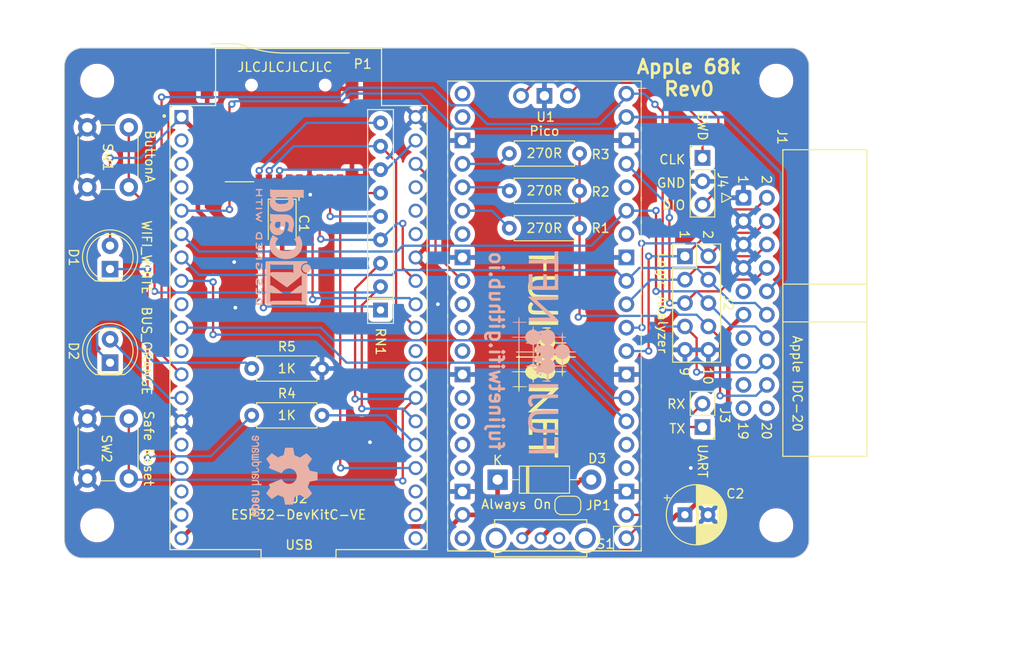
<source format=kicad_pcb>
(kicad_pcb (version 20221018) (generator pcbnew)
  (title_block (title "Apple 68k FujiNet") (date "2024-01-20") (rev "Rev 0"))
  (layers (0 "F.Cu" signal) (31 "B.Cu" signal) (34 "B.Paste" user) (35 "F.Paste" user) (36 "B.SilkS" user "B.Silkscreen") (37 "F.SilkS" user "F.Silkscreen") (38 "B.Mask" user) (39 "F.Mask" user) (44 "Edge.Cuts" user))
  (net 0 "")
  (net 1 "+3.3V")
  (net 2 "GND")
  (net 3 "Net-(D2-K)")
  (net 4 "/IO12{slash}BUS_LED")
  (net 5 "/CA0")
  (net 6 "/CA1")
  (net 7 "/CA2")
  (net 8 "+5V")
  (net 9 "Net-(D3-A)")
  (net 10 "Net-(D1-K)")
  (net 11 "/LSTRB")
  (net 13 "/WREQ")
  (net 14 "Net-(P1-DAT2)")
  (net 15 "/IO5{slash}SPI_CS")
  (net 16 "/IO23{slash}SPI_MOSI")
  (net 17 "/IO18{slash}SPI_CLK")
  (net 18 "/IO19{slash}SPI_MISO")
  (net 19 "Net-(P1-DAT1)")
  (net 20 "/IO15{slash}CD")
  (net 21 "/APPLE_5V")
  (net 22 "/IO2{slash}LED_WIFI")
  (net 23 "/HDSEL")
  (net 25 "/ENBL2")
  (net 28 "/RD_DATA")
  (net 30 "/WR_DATA")
  (net 34 "Net-(J3-Pin_1)")
  (net 35 "Net-(J3-Pin_2)")
  (net 36 "Net-(U1-GPIO20)")
  (net 37 "Net-(U1-GPIO19)")
  (net 38 "Net-(U1-GPIO18)")
  (net 39 "/IO4{slash}SAFE_RESET")
  (net 45 "/IO0{slash}BUTTON_A")
  (net 70 "/SWCLK")
  (net 71 "/SWDIO")
  (net 74 "/PICO_TX_TO_ESP")
  (net 75 "/PICO_RX_TO_ESP")
  (net 76 "/RMT_FROM_ESP")
  (footprint "LED_THT:LED_D5.0mm" (layer "F.Cu") (at 118.618 94.615 90)
    (fp_text reference "D1")
    (fp_text value "WIFI_WHITE")
  )
  (footprint "Button_Switch_THT:SW_PUSH_6mm_H5mm" (layer "F.Cu") (at 120.65 79.225 -90)
    (fp_text reference "SW1")
    (fp_text value "ButtonA")
  )
  (footprint "Tersteeg:RPi_Pico_THT" (layer "F.Cu") (at 165.735 99.705 180)
    (fp_text reference "U1")
    (fp_text value "Pico")
  )
  (footprint "Connector_PinHeader_2.54mm:PinHeader_1x02_P2.54mm_Vertical" (layer "F.Cu") (at 182.88 111.76 180)
    (fp_text reference "J3")
    (fp_text value "UART")
  )
  (footprint "LED_THT:LED_D5.0mm" (layer "F.Cu") (at 118.618 104.775 90)
    (fp_text reference "D2")
    (fp_text value "BUS_ORANGE")
  )
  (footprint "Resistor_THT:R_Axial_DIN0207_L6.3mm_D2.5mm_P7.62mm_Horizontal" (layer "F.Cu") (at 161.925 82.07)
    (fp_text reference "R3")
    (fp_text value "270R")
  )
  (footprint "Jumper:SolderJumper-2_P1.3mm_Open_RoundedPad1.0x1.5mm" (layer "F.Cu") (at 168.275 120.269 180)
    (fp_text reference "JP1")
    (fp_text value "Always On")
  )
  (footprint "ESP32-DEVKITC-32U:MODULE_ESP32-DEVKITC-32U" (layer "F.Cu") (at 139.065 100.965)
    (fp_text reference "U2")
    (fp_text value "ESP32-DevKitC-VE")
  )
  (footprint "Resistor_THT:R_Axial_DIN0207_L6.3mm_D2.5mm_P7.62mm_Horizontal" (layer "F.Cu") (at 133.985 110.49)
    (fp_text reference "R4")
    (fp_text value "1K")
  )
  (footprint "MountingHole:MountingHole_3.2mm_M3" (layer "F.Cu") (at 190.881 74.168)
    (fp_text reference "H1" hide)
    (fp_text value "MountingHole" hide)
  )
  (footprint "Connector_PinHeader_2.54mm:PinHeader_2x05_P2.54mm_Vertical" (layer "F.Cu") (at 180.975 93.223)
    (fp_text reference "J2")
    (fp_text value "Logic Analyzer")
  )
  (footprint "MountingHole:MountingHole_3.2mm_M3" (layer "F.Cu") (at 190.881 122.428)
    (fp_text reference "H2" hide)
    (fp_text value "MountingHole" hide)
  )
  (footprint "MountingHole:MountingHole_3.2mm_M3" (layer "F.Cu") (at 117.221 74.168)
    (fp_text reference "H3" hide)
    (fp_text value "MountingHole" hide)
  )
  (footprint "Capacitor_Tantalum_SMD:CP_EIA-3528-15_AVX-H_Pad1.50x2.35mm_HandSolder" (layer "F.Cu") (at 137.287 89.662 -90)
    (fp_text reference "C1")
    (fp_text value "47uF 10v")
  )
  (footprint "MountingHole:MountingHole_3.2mm_M3" (layer "F.Cu") (at 117.221 122.428)
    (fp_text reference "H4" hide)
    (fp_text value "MountingHole" hide)
  )
  (footprint "Resistor_THT:R_Axial_DIN0207_L6.3mm_D2.5mm_P7.62mm_Horizontal" (layer "F.Cu") (at 133.985 105.41)
    (fp_text reference "R5")
    (fp_text value "1K")
  )
  (footprint "Connector_IDC:IDC-Header_2x10_P2.54mm_Horizontal" (layer "F.Cu") (at 187.325 86.868)
    (fp_text reference "J1")
    (fp_text value "Apple IDC-20")
  )
  (footprint "Button_Switch_THT:SW_PUSH_6mm_H5mm" (layer "F.Cu") (at 120.65 110.848 -90)
    (fp_text reference "SW2")
    (fp_text value "Safe Reset")
  )
  (footprint "Resistor_THT:R_Array_SIP9" (layer "F.Cu") (at 147.955 99.06 90)
    (fp_text reference "RN1")
    (fp_text value "10K")
  )
  (footprint "LOGO" (layer "F.Cu") (at 165.608 104.14 -90)
    (fp_text reference "G***")
    (fp_text value "LOGO" hide)
  )
  (footprint "Connector_PinHeader_2.54mm:PinHeader_1x03_P2.54mm_Vertical" (layer "F.Cu") (at 182.88 82.55)
    (fp_text reference "J4")
    (fp_text value "SWD")
  )
  (footprint "Resistor_THT:R_Axial_DIN0207_L6.3mm_D2.5mm_P7.62mm_Horizontal" (layer "F.Cu") (at 161.925 86.12)
    (fp_text reference "R2")
    (fp_text value "270R")
  )
  (footprint "Capacitor_THT:CP_Radial_D6.3mm_P2.50mm" (layer "F.Cu") (at 180.975 121.285)
    (fp_text reference "C2")
    (fp_text value "100uF 10V")
  )
  (footprint "Resistor_THT:R_Axial_DIN0207_L6.3mm_D2.5mm_P7.62mm_Horizontal" (layer "F.Cu") (at 161.925 90.17)
    (fp_text reference "R1")
    (fp_text value "270R")
  )
  (footprint "ST-TF-003A:SUNTECH_ST-TF-003A" (layer "F.Cu") (at 138.2776 79.8068 180)
    (fp_text reference "P1")
    (fp_text value "ST-TF-003A")
  )
  (footprint "EG1213:SW_EG1213" (layer "F.Cu") (at 165.33 123.825)
    (fp_text reference "S1")
    (fp_text value "EG1213")
  )
  (footprint "Diode_THT:D_DO-41_SOD81_P10.16mm_Horizontal" (layer "F.Cu") (at 160.655 117.475)
    (fp_text reference "D3")
    (fp_text value "1N5817")
  )
  (footprint "Symbol:OSHW-Logo2_9.8x8mm_SilkScreen" (layer "B.Cu") (at 137.410346 117.094 90)
    (fp_text reference "REF**" hide)
    (fp_text value "OSHW-Logo2_9.8x8mm_SilkScreen" hide)
  )
  (footprint "LOGO" (layer "B.Cu") (at 165.608 103.632 90)
    (fp_text reference "G***")
    (fp_text value "LOGO" hide)
  )
  (footprint "Symbol:KiCad-Logo2_5mm_SilkScreen" (layer "B.Cu") (at 137.414 92.202 90)
    (fp_text reference "REF**" hide)
    (fp_text value "KiCad-Logo2_5mm_SilkScreen" hide)
  )
  (gr_arc (start 113.663414 72.610414) (mid 114.2492 71.1962) (end 115.663414 70.610414) (stroke (width 0.1)) (layer "Edge.Cuts"))
  (gr_line (start 115.663414 70.610414) (end 192.438586 70.610414) (stroke (width 0.1)) (layer "Edge.Cuts"))
  (gr_line (start 194.438586 123.985586) (end 194.438586 72.610414) (stroke (width 0.1)) (layer "Edge.Cuts"))
  (gr_line (start 115.663414 125.985586) (end 192.438586 125.985586) (stroke (width 0.1)) (layer "Edge.Cuts"))
  (gr_arc (start 194.438586 123.985586) (mid 193.8528 125.3998) (end 192.438586 125.985586) (stroke (width 0.1)) (layer "Edge.Cuts"))
  (gr_arc (start 192.438586 70.610414) (mid 193.8528 71.1962) (end 194.438586 72.610414) (stroke (width 0.1)) (layer "Edge.Cuts"))
  (gr_arc (start 115.663414 125.985586) (mid 114.2492 125.3998) (end 113.663414 123.985586) (stroke (width 0.1)) (layer "Edge.Cuts"))
  (gr_line (start 113.663414 72.610414) (end 113.663414 123.985586) (stroke (width 0.1)) (layer "Edge.Cuts"))
  (gr_text "fujinetwifi.github.io" (at 159.639 103.505 270) (layer "B.SilkS") (effects (font (size 1.5 1.5) (thickness 0.3) bold) (justify bottom mirror)))
  (gr_text "USB" (at 137.541 125.1458) (layer "F.SilkS") (effects (font (size 1 1)) (justify left bottom)))
  (gr_text "+" (at 139.1158 86.6902) (layer "F.SilkS") (effects (font (size 1 1))))
  (gr_text "RX" (at 181.102 109.855) (layer "F.SilkS") (effects (font (size 1 1)) (justify right bottom)))
  (gr_text "1" (at 180.34 91.44 -90) (layer "F.SilkS") (effects (font (size 1 1)) (justify right bottom)))
  (gr_text "9" (at 180.34 105.156 270) (layer "F.SilkS") (effects (font (size 1 1)) (justify left bottom)))
  (gr_text "10" (at 182.88 105.156 270) (layer "F.SilkS") (effects (font (size 1 1)) (justify left bottom)))
  (gr_text "TX" (at 181.102 112.522) (layer "F.SilkS") (effects (font (size 1 1)) (justify right bottom)))
  (gr_text "GND" (at 181.102 85.852) (layer "F.SilkS") (effects (font (size 1 1)) (justify right bottom)))
  (gr_text "20" (at 189.23 111.125 270) (layer "F.SilkS") (effects (font (size 1 1)) (justify left bottom)))
  (gr_text "19" (at 186.69 111.125 270) (layer "F.SilkS") (effects (font (size 1 1)) (justify left bottom)))
  (gr_text "JLCJLCJLCJLC" (at 132.334 73.279) (layer "F.SilkS") (effects (font (size 1 1)) (justify left bottom)))
  (gr_text "2" (at 189.23 85.471 270) (layer "F.SilkS") (effects (font (size 1 1)) (justify right bottom)))
  (gr_text "Apple 68k\nRev0" (at 181.4322 75.946) (layer "F.SilkS") (effects (font (size 1.5 1.5) (thickness 0.3) bold) (justify bottom)))
  (gr_text "2" (at 182.88 91.44 270) (layer "F.SilkS") (effects (font (size 1 1)) (justify right bottom)))
  (gr_text "1" (at 186.69 85.471 -90) (layer "F.SilkS") (effects (font (size 1 1)) (justify right bottom)))
  (gr_text "CLK" (at 181.102 83.312) (layer "F.SilkS") (effects (font (size 1 1)) (justify right bottom)))
  (gr_text "DIO" (at 181.102 88.265) (layer "F.SilkS") (effects (font (size 1 1)) (justify right bottom)))
  (segment (start 138.0576 85.1368) (end 138.0576 87.2664) (width 0.5) (layer "F.Cu") (net 1))
  (segment (start 135.255 98.806) (end 135.281 98.78) (width 0.25) (layer "F.Cu") (net 1))
  (segment (start 129.921 90.043) (end 128.143 88.265) (width 0.5) (layer "F.Cu") (net 1))
  (segment (start 135.281 90.043) (end 129.921 90.043) (width 0.5) (layer "F.Cu") (net 1))
  (segment (start 128.143 79.893) (end 126.365 78.115) (width 0.5) (layer "F.Cu") (net 1))
  (segment (start 138.0576 87.2664) (end 135.281 90.043) (width 0.5) (layer "F.Cu") (net 1))
  (segment (start 118.618 82.55) (end 118.618 92.075) (width 0.25) (layer "F.Cu") (net 1))
  (segment (start 135.281 98.78) (end 135.281 90.043) (width 0.25) (layer "F.Cu") (net 1))
  (segment (start 128.143 88.265) (end 128.143 79.893) (width 0.5) (layer "F.Cu") (net 1))
  (via (at 135.255 98.806) (size 0.8) (drill 0.4) (layers "F.Cu" "B.Cu") (net 1))
  (via (at 118.618 82.55) (size 0.8) (drill 0.4) (layers "F.Cu" "B.Cu") (net 1))
  (segment (start 118.618 82.55) (end 121.93 82.55) (width 0.25) (layer "B.Cu") (net 1))
  (segment (start 135.255 98.806) (end 135.382 98.679) (width 0.25) (layer "B.Cu") (net 1))
  (segment (start 135.382 98.679) (end 147.574 98.679) (width 0.25) (layer "B.Cu") (net 1))
  (segment (start 121.93 82.55) (end 126.365 78.115) (width 0.25) (layer "B.Cu") (net 1))
  (segment (start 137.287 90.17) (end 137.287 91.287) (width 0.5) (layer "F.Cu") (net 2))
  (segment (start 140.285 86.4878) (end 140.285 85.557) (width 0.5) (layer "F.Cu") (net 2))
  (segment (start 140.335 86.5378) (end 140.285 86.4878) (width 0.5) (layer "F.Cu") (net 2))
  (via (at 140.335 86.5378) (size 0.8) (drill 0.4) (layers "F.Cu" "B.Cu") (net 2))
  (via (at 154.178 98.425) (size 0.8) (drill 0.4) (layers "F.Cu" "B.Cu") (net 2))
  (via (at 146.812 113.411) (size 0.8) (drill 0.4) (layers "F.Cu" "B.Cu") (net 2))
  (via (at 137.287 90.17) (size 0.8) (drill 0.4) (layers "F.Cu" "B.Cu") (net 2))
  (via (at 132.08 93.853) (size 0.8) (drill 0.4) (layers "F.Cu" "B.Cu") (net 2))
  (via (at 132.207 98.806) (size 0.8) (drill 0.4) (layers "F.Cu" "B.Cu") (net 2))
  (via (at 181.61 116.205) (size 0.8) (drill 0.4) (layers "F.Cu" "B.Cu") (net 2))
  (segment (start 117.856 100.838) (end 119.38 100.838) (width 0.25) (layer "B.Cu") (net 3))
  (segment (start 121.92 103.251) (end 123.444 104.775) (width 0.25) (layer "B.Cu") (net 3))
  (segment (start 117.221 101.473) (end 117.856 100.838) (width 0.25) (layer "B.Cu") (net 3))
  (segment (start 121.793 103.251) (end 121.92 103.251) (width 0.25) (layer "B.Cu") (net 3))
  (segment (start 118.618 104.775) (end 117.221 103.378) (width 0.25) (layer "B.Cu") (net 3))
  (segment (start 123.444 104.775) (end 133.35 104.775) (width 0.25) (layer "B.Cu") (net 3))
  (segment (start 117.221 103.378) (end 117.221 101.473) (width 0.25) (layer "B.Cu") (net 3))
  (segment (start 119.38 100.838) (end 121.793 103.251) (width 0.25) (layer "B.Cu") (net 3))
  (segment (start 133.35 104.775) (end 133.985 105.41) (width 0.25) (layer "B.Cu") (net 3))
  (segment (start 126.365 108.595) (end 124.978 108.595) (width 0.25) (layer "B.Cu") (net 4))
  (segment (start 124.978 108.595) (end 118.618 102.235) (width 0.25) (layer "B.Cu") (net 4))
  (segment (start 186.06 88.138) (end 188.595 88.138) (width 0.25) (layer "F.Cu") (net 5))
  (segment (start 188.595 88.138) (end 189.865 86.868) (width 0.25) (layer "F.Cu") (net 5))
  (segment (start 180.975 93.223) (end 186.06 88.138) (width 0.25) (layer "F.Cu") (net 5))
  (segment (start 177.038 103.505) (end 177.038 93.218) (width 0.25) (layer "F.Cu") (net 5))
  (via (at 177.038 103.505) (size 0.8) (drill 0.4) (layers "F.Cu" "B.Cu") (net 5))
  (via (at 177.038 93.218) (size 0.8) (drill 0.4) (layers "F.Cu" "B.Cu") (net 5))
  (segment (start 177.028 103.515) (end 177.038 103.505) (width 0.25) (layer "B.Cu") (net 5))
  (segment (start 177.038 93.218) (end 177.043 93.223) (width 0.25) (layer "B.Cu") (net 5))
  (segment (start 177.043 93.223) (end 180.975 93.223) (width 0.25) (layer "B.Cu") (net 5))
  (segment (start 174.625 103.515) (end 177.028 103.515) (width 0.25) (layer "B.Cu") (net 5))
  (segment (start 188.595 90.678) (end 189.865 89.408) (width 0.25) (layer "F.Cu") (net 6))
  (segment (start 183.515 93.223) (end 186.06 90.678) (width 0.25) (layer "F.Cu") (net 6))
  (segment (start 176.313 100.965) (end 176.313 91.858) (width 0.25) (layer "F.Cu") (net 6))
  (segment (start 186.06 90.678) (end 188.595 90.678) (width 0.25) (layer "F.Cu") (net 6))
  (segment (start 176.313 91.858) (end 176.276 91.821) (width 0.25) (layer "F.Cu") (net 6))
  (via (at 176.313 100.965) (size 0.8) (drill 0.4) (layers "F.Cu" "B.Cu") (net 6))
  (via (at 176.276 91.821) (size 0.8) (drill 0.4) (layers "F.Cu" "B.Cu") (net 6))
  (segment (start 176.276 91.821) (end 182.113 91.821) (width 0.25) (layer "B.Cu") (net 6))
  (segment (start 176.303 100.975) (end 176.313 100.965) (width 0.25) (layer "B.Cu") (net 6))
  (segment (start 182.113 91.821) (end 183.515 93.223) (width 0.25) (layer "B.Cu") (net 6))
  (segment (start 174.625 100.975) (end 176.303 100.975) (width 0.25) (layer "B.Cu") (net 6))
  (segment (start 188.595 93.218) (end 189.865 91.948) (width 0.25) (layer "F.Cu") (net 7))
  (segment (start 184.875 94.398) (end 186.055 93.218) (width 0.25) (layer "F.Cu") (net 7))
  (segment (start 182.34 94.398) (end 184.875 94.398) (width 0.25) (layer "F.Cu") (net 7))
  (segment (start 180.975 95.763) (end 182.34 94.398) (width 0.25) (layer "F.Cu") (net 7))
  (segment (start 186.055 93.218) (end 188.595 93.218) (width 0.25) (layer "F.Cu") (net 7))
  (segment (start 177.297 95.763) (end 180.975 95.763) (width 0.25) (layer "B.Cu") (net 7))
  (segment (start 174.625 98.435) (end 177.297 95.763) (width 0.25) (layer "B.Cu") (net 7))
  (segment (start 155.585 122.555) (end 156.845 121.295) (width 0.5) (layer "F.Cu") (net 8))
  (segment (start 156.845 121.295) (end 159.629 121.295) (width 0.5) (layer "F.Cu") (net 8))
  (segment (start 126.365 123.835) (end 127.645 122.555) (width 0.5) (layer "F.Cu") (net 8))
  (segment (start 160.655 120.269) (end 160.655 117.485) (width 0.5) (layer "F.Cu") (net 8))
  (segment (start 127.645 122.555) (end 155.585 122.555) (width 0.5) (layer "F.Cu") (net 8))
  (segment (start 159.629 121.295) (end 160.655 120.269) (width 0.5) (layer "F.Cu") (net 8))
  (segment (start 166.886 120.269) (end 167.625 120.269) (width 0.5) (layer "F.Cu") (net 9))
  (segment (start 163.33 123.825) (end 166.886 120.269) (width 0.5) (layer "F.Cu") (net 9))
  (segment (start 169.672 117.475) (end 170.815 117.475) (width 0.5) (layer "F.Cu") (net 9))
  (segment (start 167.625 120.269) (end 167.625 119.522) (width 0.5) (layer "F.Cu") (net 9))
  (segment (start 167.625 119.522) (end 169.672 117.475) (width 0.5) (layer "F.Cu") (net 9))
  (segment (start 122.682 94.615) (end 122.682 115.062) (width 0.25) (layer "F.Cu") (net 10))
  (via (at 122.682 94.615) (size 0.8) (drill 0.4) (layers "F.Cu" "B.Cu") (net 10))
  (via (at 122.682 115.062) (size 0.8) (drill 0.4) (layers "F.Cu" "B.Cu") (net 10))
  (segment (start 122.682 115.062) (end 122.809 114.935) (width 0.25) (layer "B.Cu") (net 10))
  (segment (start 122.809 114.935) (end 129.54 114.935) (width 0.25) (layer "B.Cu") (net 10))
  (segment (start 122.682 94.615) (end 118.618 94.615) (width 0.25) (layer "B.Cu") (net 10))
  (segment (start 129.54 114.935) (end 133.985 110.49) (width 0.25) (layer "B.Cu") (net 10))
  (segment (start 184.785 97.028) (end 186.055 95.758) (width 0.25) (layer "F.Cu") (net 11))
  (segment (start 179.287 89.027) (end 179.287 98.261) (width 0.25) (layer "F.Cu") (net 11))
  (segment (start 180.975 98.303) (end 182.25 97.028) (width 0.25) (layer "F.Cu") (net 11))
  (segment (start 182.25 97.028) (end 184.785 97.028) (width 0.25) (layer "F.Cu") (net 11))
  (segment (start 188.595 95.758) (end 189.865 94.488) (width 0.25) (layer "F.Cu") (net 11))
  (segment (start 186.055 95.758) (end 188.595 95.758) (width 0.25) (layer "F.Cu") (net 11))
  (segment (start 179.287 98.261) (end 179.324 98.298) (width 0.25) (layer "F.Cu") (net 11))
  (via (at 179.324 98.298) (size 0.8) (drill 0.4) (layers "F.Cu" "B.Cu") (net 11))
  (via (at 179.287 89.027) (size 0.8) (drill 0.4) (layers "F.Cu" "B.Cu") (net 11))
  (segment (start 179.287 89.027) (end 179.287 87.857) (width 0.25) (layer "B.Cu") (net 11))
  (segment (start 179.324 98.298) (end 180.97 98.298) (width 0.25) (layer "B.Cu") (net 11))
  (segment (start 179.287 87.857) (end 174.625 83.195) (width 0.25) (layer "B.Cu") (net 11))
  (segment (start 131.572 88.138) (end 131.572 76.962) (width 0.25) (layer "F.Cu") (net 13))
  (segment (start 131.572 76.962) (end 131.826 76.708) (width 0.25) (layer "F.Cu") (net 13))
  (via (at 131.826 76.708) (size 0.8) (drill 0.4) (layers "F.Cu" "B.Cu") (net 13))
  (via (at 131.572 88.138) (size 0.8) (drill 0.4) (layers "F.Cu" "B.Cu") (net 13))
  (segment (start 152.273 75.565) (end 156.083 79.375) (width 0.25) (layer "B.Cu") (net 13))
  (segment (start 191.389 95.504) (end 191.389 84.201) (width 0.3) (layer "B.Cu") (net 13))
  (segment (start 143.822 76.396) (end 144.653 75.565) (width 0.25) (layer "B.Cu") (net 13))
  (segment (start 131.826 76.708) (end 132.138 76.396) (width 0.25) (layer "B.Cu") (net 13))
  (segment (start 144.653 75.565) (end 152.273 75.565) (width 0.25) (layer "B.Cu") (net 13))
  (segment (start 126.365 88.275) (end 131.435 88.275) (width 0.25) (layer "B.Cu") (net 13))
  (segment (start 185.303 78.115) (end 174.625 78.115) (width 0.3) (layer "B.Cu") (net 13))
  (segment (start 131.435 88.275) (end 131.572 88.138) (width 0.25) (layer "B.Cu") (net 13))
  (segment (start 156.083 79.375) (end 173.365 79.375) (width 0.25) (layer "B.Cu") (net 13))
  (segment (start 189.865 97.028) (end 191.389 95.504) (width 0.3) (layer "B.Cu") (net 13))
  (segment (start 173.365 79.375) (end 174.625 78.115) (width 0.25) (layer "B.Cu") (net 13))
  (segment (start 132.138 76.396) (end 143.822 76.396) (width 0.25) (layer "B.Cu") (net 13))
  (segment (start 191.389 84.201) (end 185.303 78.115) (width 0.3) (layer "B.Cu") (net 13))
  (segment (start 134.7978 83.9216) (end 134.785 83.9344) (width 0.25) (layer "F.Cu") (net 14))
  (segment (start 134.785 83.9344) (end 134.785 85.557) (width 0.25) (layer "F.Cu") (net 14))
  (via (at 134.7978 83.9216) (size 0.8) (drill 0.4) (layers "F.Cu" "B.Cu") (net 14))
  (segment (start 134.7978 83.8962) (end 139.954 78.74) (width 0.25) (layer "B.Cu") (net 14))
  (segment (start 134.7978 83.9216) (end 134.7978 83.8962) (width 0.25) (layer "B.Cu") (net 14))
  (segment (start 139.954 78.74) (end 147.955 78.74) (width 0.25) (layer "B.Cu") (net 14))
  (segment (start 147.955 81.28) (end 149.643 82.968) (width 0.25) (layer "F.Cu") (net 15))
  (segment (start 135.885 83.9266) (end 135.885 85.557) (width 0.25) (layer "F.Cu") (net 15))
  (segment (start 135.89 83.9216) (end 135.885 83.9266) (width 0.25) (layer "F.Cu") (net 15))
  (segment (start 149.643 98.853) (end 151.765 100.975) (width 0.25) (layer "F.Cu") (net 15))
  (segment (start 149.643 82.968) (end 149.643 98.853) (width 0.25) (layer "F.Cu") (net 15))
  (via (at 135.89 83.9216) (size 0.8) (drill 0.4) (layers "F.Cu" "B.Cu") (net 15))
  (segment (start 135.89 83.9216) (end 138.5316 81.28) (width 0.25) (layer "B.Cu") (net 15))
  (segment (start 138.5316 81.28) (end 147.955 81.28) (width 0.25) (layer "B.Cu") (net 15))
  (segment (start 137.0076 83.9216) (end 136.985 83.9442) (width 0.25) (layer "F.Cu") (net 16))
  (segment (start 136.985 83.9442) (end 136.985 85.557) (width 0.25) (layer "F.Cu") (net 16))
  (via (at 137.0076 83.9216) (size 0.8) (drill 0.4) (layers "F.Cu" "B.Cu") (net 16))
  (segment (start 148.6 83.82) (end 151.765 80.655) (width 0.25) (layer "B.Cu") (net 16))
  (segment (start 137.0076 83.9216) (end 137.1092 83.82) (width 0.25) (layer "B.Cu") (net 16))
  (segment (start 137.1092 83.82) (end 147.955 83.82) (width 0.25) (layer "B.Cu") (net 16))
  (segment (start 139.1576 85.1368) (end 139.1576 87.0275) (width 0.25) (layer "F.Cu") (net 17))
  (segment (start 140.589 88.4589) (end 140.589 97.917) (width 0.25) (layer "F.Cu") (net 17))
  (segment (start 139.1576 87.0275) (end 140.589 88.4589) (width 0.25) (layer "F.Cu") (net 17))
  (via (at 140.589 97.917) (size 0.8) (drill 0.4) (layers "F.Cu" "B.Cu") (net 17))
  (segment (start 140.7414 97.7646) (end 151.0946 97.7646) (width 0.25) (layer "B.Cu") (net 17))
  (segment (start 140.589 97.917) (end 140.7414 97.7646) (width 0.25) (layer "B.Cu") (net 17))
  (segment (start 151.0946 97.7646) (end 151.765 98.435) (width 0.25) (layer "B.Cu") (net 17))
  (segment (start 141.3576 85.5296) (end 141.3576 91.2301) (width 0.25) (layer "F.Cu") (net 18))
  (segment (start 150.3675 94.4975) (end 150.3675 89.662) (width 0.25) (layer "F.Cu") (net 18))
  (segment (start 151.765 95.895) (end 150.3675 94.4975) (width 0.25) (layer "F.Cu") (net 18))
  (segment (start 141.3576 91.2301) (end 141.478 91.3505) (width 0.25) (layer "F.Cu") (net 18))
  (via (at 141.478 91.3505) (size 0.8) (drill 0.4) (layers "F.Cu" "B.Cu") (net 18))
  (via (at 150.3675 89.662) (size 0.8) (drill 0.4) (layers "F.Cu" "B.Cu") (net 18))
  (segment (start 141.5675 91.44) (end 147.955 91.44) (width 0.25) (layer "B.Cu") (net 18))
  (segment (start 150.3675 89.662) (end 149.733 89.662) (width 0.25) (layer "B.Cu") (net 18))
  (segment (start 141.478 91.3505) (end 141.5675 91.44) (width 0.25) (layer "B.Cu") (net 18))
  (segment (start 149.733 89.662) (end 147.955 91.44) (width 0.25) (layer "B.Cu") (net 18))
  (segment (start 142.485 85.1642) (end 142.485 88.891) (width 0.25) (layer "F.Cu") (net 19))
  (segment (start 142.485 88.891) (end 142.494 88.9) (width 0.25) (layer "F.Cu") (net 19))
  (via (at 142.494 88.9) (size 0.8) (drill 0.4) (layers "F.Cu" "B.Cu") (net 19))
  (segment (start 142.494 88.9) (end 147.955 88.9) (width 0.25) (layer "B.Cu") (net 19))
  (segment (start 143.585 116.153) (end 143.585 85.4142) (width 0.25) (layer "F.Cu") (net 20))
  (segment (start 144.5308 86.36) (end 147.955 86.36) (width 0.25) (layer "F.Cu") (net 20))
  (segment (start 143.585 85.4142) (end 144.5308 86.36) (width 0.25) (layer "F.Cu") (net 20))
  (segment (start 143.637 116.205) (end 143.585 116.153) (width 0.25) (layer "F.Cu") (net 20))
  (via (at 143.637 116.205) (size 0.8) (drill 0.4) (layers "F.Cu" "B.Cu") (net 20))
  (segment (start 151.765 116.215) (end 143.647 116.215) (width 0.25) (layer "B.Cu") (net 20))
  (segment (start 143.647 116.215) (end 143.637 116.205) (width 0.25) (layer "B.Cu") (net 20))
  (segment (start 165.33 123.825) (end 167.235 121.92) (width 0.5) (layer "F.Cu") (net 21))
  (segment (start 176.149 125.222) (end 173.2915 125.222) (width 0.5) (layer "F.Cu") (net 21))
  (segment (start 185.674 116.586) (end 185.674 101.219) (width 0.5) (layer "F.Cu") (net 21))
  (segment (start 170.434 120.269) (end 168.925 120.269) (width 0.5) (layer "F.Cu") (net 21))
  (segment (start 167.235 121.92) (end 168.402 121.92) (width 0.5) (layer "F.Cu") (net 21))
  (segment (start 168.402 121.92) (end 168.925 121.397) (width 0.5) (layer "F.Cu") (net 21))
  (segment (start 185.674 101.219) (end 187.325 99.568) (width 0.5) (layer "F.Cu") (net 21))
  (segment (start 180.086 121.285) (end 176.149 125.222) (width 0.5) (layer "F.Cu") (net 21))
  (segment (start 168.925 121.397) (end 168.925 120.269) (width 0.5) (layer "F.Cu") (net 21))
  (segment (start 180.975 121.285) (end 180.086 121.285) (width 0.5) (layer "F.Cu") (net 21))
  (segment (start 172.339 124.2695) (end 172.339 122.174) (width 0.5) (layer "F.Cu") (net 21))
  (segment (start 173.2915 125.222) (end 172.339 124.2695) (width 0.5) (layer "F.Cu") (net 21))
  (segment (start 180.975 121.285) (end 185.674 116.586) (width 0.5) (layer "F.Cu") (net 21))
  (segment (start 172.339 122.174) (end 170.434 120.269) (width 0.5) (layer "F.Cu") (net 21))
  (segment (start 151.765 113.675) (end 148.58 110.49) (width 0.25) (layer "B.Cu") (net 22))
  (segment (start 148.58 110.49) (end 141.605 110.49) (width 0.25) (layer "B.Cu") (net 22))
  (segment (start 182.24 94.488) (end 183.515 95.763) (width 0.25) (layer "B.Cu") (net 23))
  (segment (start 186.05 98.298) (end 183.515 95.763) (width 0.25) (layer "B.Cu") (net 23))
  (segment (start 176.032 94.488) (end 182.24 94.488) (width 0.25) (layer "B.Cu") (net 23))
  (segment (start 174.625 95.895) (end 176.032 94.488) (width 0.25) (layer "B.Cu") (net 23))
  (segment (start 189.865 99.568) (end 188.595 98.298) (width 0.25) (layer "B.Cu") (net 23))
  (segment (start 128.26 95.25) (end 126.365 93.355) (width 0.25) (layer "B.Cu") (net 23))
  (segment (start 188.595 98.298) (end 186.05 98.298) (width 0.25) (layer "B.Cu") (net 23))
  (segment (start 173.45 94.72) (end 149.724995 94.72) (width 0.25) (layer "B.Cu") (net 23))
  (segment (start 149.724995 94.72) (end 149.194995 95.25) (width 0.25) (layer "B.Cu") (net 23))
  (segment (start 174.625 95.895) (end 173.45 94.72) (width 0.25) (layer "B.Cu") (net 23))
  (segment (start 149.194995 95.25) (end 128.26 95.25) (width 0.25) (layer "B.Cu") (net 23))
  (segment (start 177.837 88.265) (end 177.837 97.028) (width 0.25) (layer "F.Cu") (net 25))
  (via (at 177.837 97.028) (size 0.8) (drill 0.4) (layers "F.Cu" "B.Cu") (net 25))
  (via (at 177.837 88.265) (size 0.8) (drill 0.4) (layers "F.Cu" "B.Cu") (net 25))
  (segment (start 177.837 97.028) (end 182.24 97.028) (width 0.25) (layer "B.Cu") (net 25))
  (segment (start 126.365 90.815) (end 128.26 92.71) (width 0.25) (layer "B.Cu") (net 25))
  (segment (start 177.827 88.275) (end 177.837 88.265) (width 0.25) (layer "B.Cu") (net 25))
  (segment (start 150.368 92.075) (end 170.825 92.075) (width 0.25) (layer "B.Cu") (net 25))
  (segment (start 174.625 88.275) (end 177.827 88.275) (width 0.25) (layer "B.Cu") (net 25))
  (segment (start 189.865 102.108) (end 188.595 100.838) (width 0.25) (layer "B.Cu") (net 25))
  (segment (start 128.26 92.71) (end 149.733 92.71) (width 0.25) (layer "B.Cu") (net 25))
  (segment (start 182.24 97.028) (end 183.515 98.303) (width 0.25) (layer "B.Cu") (net 25))
  (segment (start 170.825 92.075) (end 174.625 88.275) (width 0.25) (layer "B.Cu") (net 25))
  (segment (start 149.733 92.71) (end 150.368 92.075) (width 0.25) (layer "B.Cu") (net 25))
  (segment (start 186.05 100.838) (end 183.515 98.303) (width 0.25) (layer "B.Cu") (net 25))
  (segment (start 188.595 100.838) (end 186.05 100.838) (width 0.25) (layer "B.Cu") (net 25))
  (segment (start 182.245 102.113) (end 180.975 100.843) (width 0.25) (layer "F.Cu") (net 28))
  (segment (start 182.245 105.791) (end 182.245 102.113) (width 0.25) (layer "F.Cu") (net 28))
  (segment (start 169.418 99.822) (end 169.545 99.695) (width 0.25) (layer "F.Cu") (net 28))
  (segment (start 169.545 99.695) (end 169.545 90.17) (width 0.25) (layer "F.Cu") (net 28))
  (segment (start 169.545 90.17) (end 169.545 82.07) (width 0.25) (layer "F.Cu") (net 28))
  (via (at 169.418 99.822) (size 0.8) (drill 0.4) (layers "F.Cu" "B.Cu") (net 28))
  (via (at 182.245 105.791) (size 0.8) (drill 0.4) (layers "F.Cu" "B.Cu") (net 28))
  (segment (start 178.989305 100.843) (end 177.841305 99.695) (width 0.25) (layer "B.Cu") (net 28))
  (segment (start 182.277 105.823) (end 188.69 105.823) (width 0.25) (layer "B.Cu") (net 28))
  (segment (start 182.245 105.791) (end 182.277 105.823) (width 0.25) (layer "B.Cu") (net 28))
  (segment (start 180.975 100.843) (end 178.989305 100.843) (width 0.25) (layer "B.Cu") (net 28))
  (segment (start 177.841305 99.695) (end 169.545 99.695) (width 0.25) (layer "B.Cu") (net 28))
  (segment (start 188.69 105.823) (end 189.865 104.648) (width 0.25) (layer "B.Cu") (net 28))
  (segment (start 169.545 99.695) (end 169.418 99.822) (width 0.25) (layer "B.Cu") (net 28))
  (segment (start 124.206 103.896) (end 124.206 75.946) (width 0.25) (layer "F.Cu") (net 30))
  (segment (start 177.7238 76.7334) (end 178.562 77.5716) (width 0.25) (layer "F.Cu") (net 30))
  (segment (start 126.365 106.055) (end 124.206 103.896) (width 0.25) (layer "F.Cu") (net 30))
  (segment (start 178.562 77.5716) (end 178.562 99.06) (width 0.25) (layer "F.Cu") (net 30))
  (segment (start 184.785 102.113) (end 183.515 100.843) (width 0.25) (layer "F.Cu") (net 30))
  (segment (start 184.785 108.363) (end 184.785 102.113) (width 0.25) (layer "F.Cu") (net 30))
  (via (at 184.785 108.363) (size 0.8) (drill 0.4) (layers "F.Cu" "B.Cu") (net 30))
  (via (at 178.562 99.06) (size 0.8) (drill 0.4) (layers "F.Cu" "B.Cu") (net 30))
  (via (at 124.206 75.946) (size 0.8) (drill 0.4) (layers "F.Cu" "B.Cu") (net 30))
  (via (at 177.7238 76.7334) (size 0.8) (drill 0.4) (layers "F.Cu" "B.Cu") (net 30))
  (segment (start 144.526 74.93) (end 153.67 74.93) (width 0.25) (layer "B.Cu") (net 30))
  (segment (start 155.575 76.835) (end 157.48 76.835) (width 0.25) (layer "B.Cu") (net 30))
  (segment (start 184.785 108.363) (end 188.69 108.363) (width 0.25) (layer "B.Cu") (net 30))
  (segment (start 179.832 99.06) (end 180.34 99.568) (width 0.25) (layer "B.Cu") (net 30))
  (segment (start 188.69 108.363) (end 189.865 107.188) (width 0.25) (layer "B.Cu") (net 30))
  (segment (start 180.34 99.568) (end 182.24 99.568) (width 0.25) (layer "B.Cu") (net 30))
  (segment (start 143.51 75.946) (end 144.526 74.93) (width 0.25) (layer "B.Cu") (net 30))
  (segment (start 159.512 78.867) (end 171.704 78.867) (width 0.25) (layer "B.Cu") (net 30))
  (segment (start 157.48 76.835) (end 159.512 78.867) (width 0.25) (layer "B.Cu") (net 30))
  (segment (start 176.5654 75.575) (end 174.625 75.575) (width 0.25) (layer "B.Cu") (net 30))
  (segment (start 178.562 99.06) (end 179.832 99.06) (width 0.25) (layer "B.Cu") (net 30))
  (segment (start 153.67 74.93) (end 155.575 76.835) (width 0.25) (layer "B.Cu") (net 30))
  (segment (start 177.7238 76.7334) (end 176.5654 75.575) (width 0.25) (layer "B.Cu") (net 30))
  (segment (start 182.24 99.568) (end 183.515 100.843) (width 0.25) (layer "B.Cu") (net 30))
  (segment (start 171.704 78.867) (end 174.625 75.946) (width 0.25) (layer "B.Cu") (net 30))
  (segment (start 124.206 75.946) (end 143.51 75.946) (width 0.25) (layer "B.Cu") (net 30))
  (segment (start 181.229 111.76) (end 182.88 111.76) (width 0.25) (layer "F.Cu") (net 34))
  (segment (start 174.625 123.835) (end 178.816 119.644) (width 0.25) (layer "F.Cu") (net 34))
  (segment (start 178.816 119.644) (end 178.816 114.173) (width 0.25) (layer "F.Cu") (net 34))
  (segment (start 178.816 114.173) (end 181.229 111.76) (width 0.25) (layer "F.Cu") (net 34))
  (segment (start 176.139 121.295) (end 178.366 119.068) (width 0.25) (layer "F.Cu") (net 35))
  (segment (start 178.366 113.734) (end 182.88 109.22) (width 0.25) (layer "F.Cu") (net 35))
  (segment (start 174.625 121.295) (end 176.139 121.295) (width 0.25) (layer "F.Cu") (net 35))
  (segment (start 178.366 119.068) (end 178.366 113.734) (width 0.25) (layer "F.Cu") (net 35))
  (segment (start 156.845 88.275) (end 160.03 88.275) (width 0.25) (layer "B.Cu") (net 36))
  (segment (start 160.03 88.275) (end 161.925 90.17) (width 0.25) (layer "B.Cu") (net 36))
  (segment (start 156.845 85.735) (end 161.54 85.735) (width 0.25) (layer "B.Cu") (net 37))
  (segment (start 160.8 83.195) (end 161.925 82.07) (width 0.25) (layer "B.Cu") (net 38))
  (segment (start 156.845 83.195) (end 160.8 83.195) (width 0.25) (layer "B.Cu") (net 38))
  (segment (start 145.198 108.712) (end 145.1985 108.7115) (width 0.25) (layer "F.Cu") (net 39))
  (segment (start 150.368 117.602) (end 150.368 109.992) (width 0.25) (layer "F.Cu") (net 39))
  (segment (start 150.368 109.992) (end 151.765 108.595) (width 0.25) (layer "F.Cu") (net 39))
  (segment (start 145.1985 96.7365) (end 147.955 93.98) (width 0.25) (layer "F.Cu") (net 39))
  (segment (start 145.1985 108.7115) (end 145.1985 96.7365) (width 0.25) (layer "F.Cu") (net 39))
  (segment (start 120.65 110.848) (end 120.65 117.348) (width 0.25) (layer "F.Cu") (net 39))
  (via (at 150.368 117.602) (size 0.8) (drill 0.4) (layers "F.Cu" "B.Cu") (net 39))
  (via (at 145.198 108.712) (size 0.8) (drill 0.4) (layers "F.Cu" "B.Cu") (net 39))
  (segment (start 145.198 108.712) (end 151.648 108.712) (width 0.25) (layer "B.Cu") (net 39))
  (segment (start 120.777 117.475) (end 150.241 117.475) (width 0.25) (layer "B.Cu") (net 39))
  (segment (start 150.241 117.475) (end 150.368 117.602) (width 0.25) (layer "B.Cu") (net 39))
  (segment (start 123.444 88.519) (end 120.65 85.725) (width 0.25) (layer "F.Cu") (net 45))
  (segment (start 145.923 109.765) (end 145.923 98.552) (width 0.25) (layer "F.Cu") (net 45))
  (segment (start 120.65 85.725) (end 120.65 79.225) (width 0.25) (layer "F.Cu") (net 45))
  (segment (start 123.444 97.028) (end 123.444 88.519) (width 0.25) (layer "F.Cu") (net 45))
  (segment (start 145.923 98.552) (end 147.955 96.52) (width 0.25) (layer "F.Cu") (net 45))
  (via (at 145.923 109.765) (size 0.8) (drill 0.4) (layers "F.Cu" "B.Cu") (net 45))
  (via (at 123.444 97.028) (size 0.8) (drill 0.4) (layers "F.Cu" "B.Cu") (net 45))
  (segment (start 150.395 109.765) (end 151.765 111.135) (width 0.25) (layer "B.Cu") (net 45))
  (segment (start 123.571 97.155) (end 123.444 97.028) (width 0.25) (layer "B.Cu") (net 45))
  (segment (start 147.955 96.52) (end 147.32 97.155) (width 0.25) (layer "B.Cu") (net 45))
  (segment (start 145.923 109.765) (end 150.395 109.765) (width 0.25) (layer "B.Cu") (net 45))
  (segment (start 147.32 97.155) (end 123.571 97.155) (width 0.25) (layer "B.Cu") (net 45))
  (segment (start 182.88 78.74) (end 182.88 82.55) (width 0.25) (layer "F.Cu") (net 70))
  (segment (start 168.275 75.805) (end 169.68 74.4) (width 0.25) (layer "F.Cu") (net 70))
  (segment (start 178.54 74.4) (end 182.88 78.74) (width 0.25) (layer "F.Cu") (net 70))
  (segment (start 169.68 74.4) (end 178.54 74.4) (width 0.25) (layer "F.Cu") (net 70))
  (segment (start 163.195 75.805) (end 165.5 73.5) (width 0.25) (layer "F.Cu") (net 71))
  (segment (start 184.6 78.174) (end 184.6 85.91) (width 0.25) (layer "F.Cu") (net 71))
  (segment (start 165.5 73.5) (end 179.926 73.5) (width 0.25) (layer "F.Cu") (net 71))
  (segment (start 179.926 73.5) (end 184.6 78.174) (width 0.25) (layer "F.Cu") (net 71))
  (segment (start 184.6 85.91) (end 182.88 87.63) (width 0.25) (layer "F.Cu") (net 71))
  (segment (start 129.794 101.727) (end 129.794 96.012) (width 0.25) (layer "F.Cu") (net 74))
  (via (at 129.794 101.727) (size 0.8) (drill 0.4) (layers "F.Cu" "B.Cu") (net 74))
  (via (at 129.794 96.012) (size 0.8) (drill 0.4) (layers "F.Cu" "B.Cu") (net 74))
  (segment (start 144.272 104.775) (end 168.265 104.775) (width 0.25) (layer "B.Cu") (net 74))
  (segment (start 168.265 104.775) (end 174.625 111.135) (width 0.25) (layer "B.Cu") (net 74))
  (segment (start 129.794 96.012) (end 129.677 95.895) (width 0.25) (layer "B.Cu") (net 74))
  (segment (start 141.224 101.727) (end 144.272 104.775) (width 0.25) (layer "B.Cu") (net 74))
  (segment (start 129.677 95.895) (end 126.365 95.895) (width 0.25) (layer "B.Cu") (net 74))
  (segment (start 129.794 101.727) (end 141.224 101.727) (width 0.25) (layer "B.Cu") (net 74))
  (segment (start 166.856 102.34) (end 142.853 102.34) (width 0.25) (layer "B.Cu") (net 75))
  (segment (start 174.625 108.595) (end 173.111 108.595) (width 0.25) (layer "B.Cu") (net 75))
  (segment (start 141.488 100.975) (end 126.365 100.975) (width 0.25) (layer "B.Cu") (net 75))
  (segment (start 142.853 102.34) (end 141.488 100.975) (width 0.25) (layer "B.Cu") (net 75))
  (segment (start 173.111 108.595) (end 166.856 102.34) (width 0.25) (layer "B.Cu") (net 75))
  (segment (start 153.924 92.974) (end 156.845 95.895) (width 0.25) (layer "F.Cu") (net 76))
  (segment (start 151.765 83.195) (end 153.924 85.354) (width 0.25) (layer "F.Cu") (net 76))
  (segment (start 153.924 85.354) (end 153.924 92.974) (width 0.25) (layer "F.Cu") (net 76))
  (zone (net 2) (net_name "GND") (layers "F&B.Cu") (connect_pads (clearance 0.5)) (min_thickness 0.25) (fill yes (thermal_gap 0.5) (thermal_bridge_width 0.5))
    (polygon (pts (xy 106.68 65.405) (xy 201.93 65.405) (xy 201.93 131.445) (xy 106.68 131.445)))
  )
)
</source>
